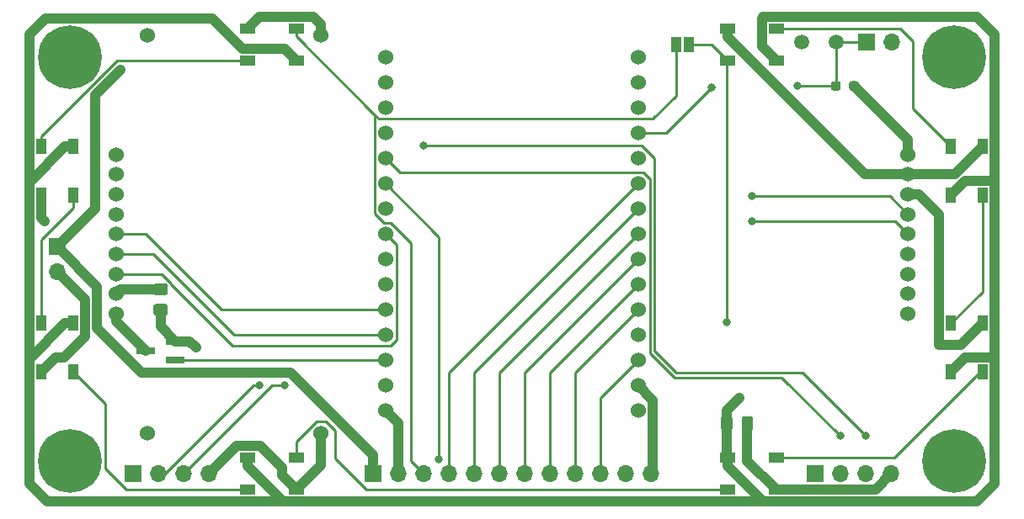
<source format=gtl>
%TF.GenerationSoftware,KiCad,Pcbnew,5.99.0+really5.1.10+dfsg1-1*%
%TF.CreationDate,2022-02-16T20:05:08+00:00*%
%TF.ProjectId,lcd,6c63642e-6b69-4636-9164-5f7063625858,rev?*%
%TF.SameCoordinates,Original*%
%TF.FileFunction,Copper,L1,Top*%
%TF.FilePolarity,Positive*%
%FSLAX46Y46*%
G04 Gerber Fmt 4.6, Leading zero omitted, Abs format (unit mm)*
G04 Created by KiCad (PCBNEW 5.99.0+really5.1.10+dfsg1-1) date 2022-02-16 20:05:08*
%MOMM*%
%LPD*%
G01*
G04 APERTURE LIST*
%TA.AperFunction,ComponentPad*%
%ADD10C,1.500000*%
%TD*%
%TA.AperFunction,ComponentPad*%
%ADD11C,1.524000*%
%TD*%
%TA.AperFunction,ComponentPad*%
%ADD12C,0.800000*%
%TD*%
%TA.AperFunction,ComponentPad*%
%ADD13C,6.400000*%
%TD*%
%TA.AperFunction,SMDPad,CuDef*%
%ADD14R,1.500000X1.000000*%
%TD*%
%TA.AperFunction,SMDPad,CuDef*%
%ADD15R,1.000000X1.500000*%
%TD*%
%TA.AperFunction,ComponentPad*%
%ADD16R,1.700000X1.700000*%
%TD*%
%TA.AperFunction,ComponentPad*%
%ADD17O,1.700000X1.700000*%
%TD*%
%TA.AperFunction,SMDPad,CuDef*%
%ADD18R,1.900000X0.800000*%
%TD*%
%TA.AperFunction,ViaPad*%
%ADD19C,0.800000*%
%TD*%
%TA.AperFunction,ViaPad*%
%ADD20C,1.000000*%
%TD*%
%TA.AperFunction,Conductor*%
%ADD21C,0.250000*%
%TD*%
%TA.AperFunction,Conductor*%
%ADD22C,1.000000*%
%TD*%
G04 APERTURE END LIST*
D10*
%TO.P,R2,1*%
%TO.N,AMBIENT_LIGHT*%
X107500000Y-28900000D03*
%TO.P,R2,2*%
%TO.N,GND*%
X104100000Y-28900000D03*
%TD*%
D11*
%TO.P,U2,14*%
%TO.N,D25*%
X87630000Y-48260000D03*
%TO.P,U2,13*%
%TO.N,D33*%
X87630000Y-45720000D03*
%TO.P,U2,12*%
%TO.N,D32*%
X87630000Y-43180000D03*
%TO.P,U2,11*%
%TO.N,Net-(U2-Pad11)*%
X87630000Y-40640000D03*
%TO.P,U2,10*%
%TO.N,AMBIENT_LIGHT*%
X87630000Y-38100000D03*
%TO.P,U2,8*%
%TO.N,Net-(U2-Pad8)*%
X87630000Y-35560000D03*
%TO.P,U2,5*%
%TO.N,Net-(U2-Pad5)*%
X87630000Y-33020000D03*
%TO.P,U2,15*%
%TO.N,D26*%
X87630000Y-50800000D03*
%TO.P,U2,16*%
%TO.N,D27*%
X87630000Y-53340000D03*
%TO.P,U2,17*%
%TO.N,D14*%
X87630000Y-55880000D03*
%TO.P,U2,18*%
%TO.N,LED_DATA*%
X87630000Y-58420000D03*
%TO.P,U2,20*%
%TO.N,D13*%
X87630000Y-60960000D03*
%TO.P,U2,49*%
%TO.N,GND*%
X87630000Y-63500000D03*
%TO.P,U2,9*%
%TO.N,Net-(U2-Pad9)*%
X87630000Y-30480000D03*
%TO.P,U2,50*%
%TO.N,+5V*%
X87630000Y-66040000D03*
%TO.P,U2,43*%
%TO.N,+3V3*%
X62230000Y-66040000D03*
%TO.P,U2,49*%
%TO.N,GND*%
X62230000Y-63500000D03*
%TO.P,U2,21*%
%TO.N,LCD_PWM*%
X62230000Y-60960000D03*
%TO.P,U2,22*%
%TO.N,~LCD_RESET*%
X62230000Y-58420000D03*
%TO.P,U2,24*%
%TO.N,LCD_RS*%
X62230000Y-55880000D03*
%TO.P,U2,25*%
%TO.N,RXDI*%
X62230000Y-53340000D03*
%TO.P,U2,27*%
%TO.N,TXDO*%
X62230000Y-50800000D03*
%TO.P,U2,34*%
%TO.N,~LCD_CS*%
X62230000Y-48260000D03*
%TO.P,U2,35*%
%TO.N,LCD_CLK*%
X62230000Y-45720000D03*
%TO.P,U2,38*%
%TO.N,D19*%
X62230000Y-43180000D03*
%TO.P,U2,42*%
%TO.N,I2C_DATA*%
X62230000Y-40640000D03*
%TO.P,U2,40*%
%TO.N,Net-(U2-Pad40)*%
X62230000Y-38100000D03*
%TO.P,U2,41*%
%TO.N,Net-(U2-Pad41)*%
X62230000Y-35560000D03*
%TO.P,U2,39*%
%TO.N,I2C_CLK*%
X62230000Y-33020000D03*
%TO.P,U2,36*%
%TO.N,LCD_DATA*%
X62230000Y-30480000D03*
%TD*%
%TO.P,U3,1*%
%TO.N,+3V3*%
X114730000Y-40260000D03*
%TO.P,U3,2*%
%TO.N,GND*%
X114730000Y-42260000D03*
%TO.P,U3,3*%
X114730000Y-44260000D03*
%TO.P,U3,4*%
%TO.N,LCD_DATA*%
X114730000Y-46260000D03*
%TO.P,U3,5*%
%TO.N,LCD_CLK*%
X114730000Y-48260000D03*
%TO.P,U3,6*%
%TO.N,Net-(U3-Pad6)*%
X114730000Y-50260000D03*
%TO.P,U3,7*%
%TO.N,Net-(U3-Pad7)*%
X114730000Y-52260000D03*
%TO.P,U3,8*%
%TO.N,Net-(U3-Pad8)*%
X114730000Y-54260000D03*
%TO.P,U3,9*%
%TO.N,Net-(U3-Pad9)*%
X114730000Y-56260000D03*
%TO.P,U3,10*%
%TO.N,Net-(U3-Pad10)*%
X35130000Y-40260000D03*
%TO.P,U3,11*%
%TO.N,Net-(U3-Pad11)*%
X35130000Y-42260000D03*
%TO.P,U3,12*%
%TO.N,Net-(U3-Pad12)*%
X35130000Y-44260000D03*
%TO.P,U3,13*%
%TO.N,Net-(U3-Pad13)*%
X35130000Y-46260000D03*
%TO.P,U3,14*%
%TO.N,LCD_RS*%
X35130000Y-48260000D03*
%TO.P,U3,15*%
%TO.N,~LCD_RESET*%
X35130000Y-50260000D03*
%TO.P,U3,16*%
%TO.N,~LCD_CS*%
X35130000Y-52260000D03*
%TO.P,U3,17*%
%TO.N,+7.5V*%
X35130000Y-54260000D03*
%TO.P,U3,18*%
%TO.N,LCD_BACKLIGHT_PWM*%
X35130000Y-56260000D03*
%TD*%
%TO.P,U1,1*%
%TO.N,+5V*%
X38240000Y-28260000D03*
%TO.P,U1,2*%
%TO.N,+7.5V*%
X38240000Y-68260000D03*
%TO.P,U1,3*%
%TO.N,GND*%
X55740000Y-28260000D03*
%TO.P,U1,4*%
X55740000Y-68260000D03*
%TD*%
D12*
%TO.P,REF\u002A\u002A,1*%
%TO.N,N/C*%
X32177056Y-69422944D03*
X30480000Y-68720000D03*
X28782944Y-69422944D03*
X28080000Y-71120000D03*
X28782944Y-72817056D03*
X30480000Y-73520000D03*
X32177056Y-72817056D03*
X32880000Y-71120000D03*
D13*
X30480000Y-71120000D03*
%TD*%
D12*
%TO.P,REF\u002A\u002A,1*%
%TO.N,N/C*%
X32177056Y-28782944D03*
X30480000Y-28080000D03*
X28782944Y-28782944D03*
X28080000Y-30480000D03*
X28782944Y-32177056D03*
X30480000Y-32880000D03*
X32177056Y-32177056D03*
X32880000Y-30480000D03*
D13*
X30480000Y-30480000D03*
%TD*%
D12*
%TO.P,REF\u002A\u002A,1*%
%TO.N,N/C*%
X121077056Y-28782944D03*
X119380000Y-28080000D03*
X117682944Y-28782944D03*
X116980000Y-30480000D03*
X117682944Y-32177056D03*
X119380000Y-32880000D03*
X121077056Y-32177056D03*
X121780000Y-30480000D03*
D13*
X119380000Y-30480000D03*
%TD*%
D12*
%TO.P,REF\u002A\u002A,1*%
%TO.N,N/C*%
X121077056Y-69422944D03*
X119380000Y-68720000D03*
X117682944Y-69422944D03*
X116980000Y-71120000D03*
X117682944Y-72817056D03*
X119380000Y-73520000D03*
X121077056Y-72817056D03*
X121780000Y-71120000D03*
D13*
X119380000Y-71120000D03*
%TD*%
D14*
%TO.P,D1,1*%
%TO.N,/LED_Power*%
X101510000Y-30810000D03*
%TO.P,D1,2*%
%TO.N,Net-(D1-Pad2)*%
X101510000Y-27610000D03*
%TO.P,D1,4*%
%TO.N,LED_DATA*%
X96610000Y-30810000D03*
%TO.P,D1,3*%
%TO.N,GND*%
X96610000Y-27610000D03*
%TD*%
D15*
%TO.P,D2,3*%
%TO.N,GND*%
X122250000Y-39460000D03*
%TO.P,D2,4*%
%TO.N,Net-(D1-Pad2)*%
X119050000Y-39460000D03*
%TO.P,D2,2*%
%TO.N,Net-(D2-Pad2)*%
X122250000Y-44360000D03*
%TO.P,D2,1*%
%TO.N,/LED_Power*%
X119050000Y-44360000D03*
%TD*%
%TO.P,D3,1*%
%TO.N,/LED_Power*%
X119050000Y-62140000D03*
%TO.P,D3,2*%
%TO.N,Net-(D3-Pad2)*%
X122250000Y-62140000D03*
%TO.P,D3,4*%
%TO.N,Net-(D2-Pad2)*%
X119050000Y-57240000D03*
%TO.P,D3,3*%
%TO.N,GND*%
X122250000Y-57240000D03*
%TD*%
D14*
%TO.P,D4,3*%
%TO.N,GND*%
X101510000Y-73990000D03*
%TO.P,D4,4*%
%TO.N,Net-(D3-Pad2)*%
X101510000Y-70790000D03*
%TO.P,D4,2*%
%TO.N,Net-(D4-Pad2)*%
X96610000Y-73990000D03*
%TO.P,D4,1*%
%TO.N,/LED_Power*%
X96610000Y-70790000D03*
%TD*%
%TO.P,D5,3*%
%TO.N,GND*%
X53250000Y-73990000D03*
%TO.P,D5,4*%
%TO.N,Net-(D4-Pad2)*%
X53250000Y-70790000D03*
%TO.P,D5,2*%
%TO.N,Net-(D5-Pad2)*%
X48350000Y-73990000D03*
%TO.P,D5,1*%
%TO.N,/LED_Power*%
X48350000Y-70790000D03*
%TD*%
D15*
%TO.P,D6,1*%
%TO.N,/LED_Power*%
X30810000Y-57240000D03*
%TO.P,D6,2*%
%TO.N,Net-(D6-Pad2)*%
X27610000Y-57240000D03*
%TO.P,D6,4*%
%TO.N,Net-(D5-Pad2)*%
X30810000Y-62140000D03*
%TO.P,D6,3*%
%TO.N,GND*%
X27610000Y-62140000D03*
%TD*%
%TO.P,D7,3*%
%TO.N,GND*%
X27610000Y-44360000D03*
%TO.P,D7,4*%
%TO.N,Net-(D6-Pad2)*%
X30810000Y-44360000D03*
%TO.P,D7,2*%
%TO.N,Net-(D7-Pad2)*%
X27610000Y-39460000D03*
%TO.P,D7,1*%
%TO.N,/LED_Power*%
X30810000Y-39460000D03*
%TD*%
D14*
%TO.P,D8,1*%
%TO.N,/LED_Power*%
X53250000Y-30810000D03*
%TO.P,D8,2*%
%TO.N,LED_DATA_OUT*%
X53250000Y-27610000D03*
%TO.P,D8,4*%
%TO.N,Net-(D7-Pad2)*%
X48350000Y-30810000D03*
%TO.P,D8,3*%
%TO.N,GND*%
X48350000Y-27610000D03*
%TD*%
D16*
%TO.P,J2,1*%
%TO.N,+5V*%
X60960000Y-72390000D03*
D17*
%TO.P,J2,2*%
%TO.N,+3V3*%
X63500000Y-72390000D03*
%TO.P,J2,3*%
%TO.N,LED_DATA_OUT*%
X66040000Y-72390000D03*
%TO.P,J2,4*%
%TO.N,D32*%
X68580000Y-72390000D03*
%TO.P,J2,5*%
%TO.N,D33*%
X71120000Y-72390000D03*
%TO.P,J2,6*%
%TO.N,D25*%
X73660000Y-72390000D03*
%TO.P,J2,7*%
%TO.N,D26*%
X76200000Y-72390000D03*
%TO.P,J2,8*%
%TO.N,D27*%
X78740000Y-72390000D03*
%TO.P,J2,9*%
%TO.N,D14*%
X81280000Y-72390000D03*
%TO.P,J2,10*%
%TO.N,D13*%
X83820000Y-72390000D03*
%TO.P,J2,11*%
%TO.N,D19*%
X86360000Y-72390000D03*
%TO.P,J2,12*%
%TO.N,GND*%
X88900000Y-72390000D03*
%TD*%
%TO.P,J3,4*%
%TO.N,GND*%
X113030000Y-72390000D03*
%TO.P,J3,3*%
%TO.N,I2C_CLK*%
X110490000Y-72390000D03*
%TO.P,J3,2*%
%TO.N,I2C_DATA*%
X107950000Y-72390000D03*
D16*
%TO.P,J3,1*%
%TO.N,+3V3*%
X105410000Y-72390000D03*
%TD*%
%TO.P,J4,1*%
%TO.N,+3V3*%
X36830000Y-72390000D03*
D17*
%TO.P,J4,2*%
%TO.N,TXDO*%
X39370000Y-72390000D03*
%TO.P,J4,3*%
%TO.N,RXDI*%
X41910000Y-72390000D03*
%TO.P,J4,4*%
%TO.N,GND*%
X44450000Y-72390000D03*
%TD*%
D15*
%TO.P,JP2,2*%
%TO.N,LED_DATA_OUT*%
X91410000Y-29210000D03*
%TO.P,JP2,1*%
%TO.N,LED_DATA*%
X92710000Y-29210000D03*
%TD*%
D18*
%TO.P,Q1,1*%
%TO.N,LCD_PWM*%
X41100000Y-60960000D03*
%TO.P,Q1,2*%
%TO.N,GND*%
X41100000Y-59060000D03*
%TO.P,Q1,3*%
%TO.N,LCD_BACKLIGHT_PWM*%
X38100000Y-60010000D03*
%TD*%
D16*
%TO.P,J1,1*%
%TO.N,+5V*%
X29210000Y-49530000D03*
D17*
%TO.P,J1,2*%
%TO.N,GND*%
X29210000Y-52070000D03*
%TD*%
%TO.P,C1,2*%
%TO.N,GND*%
%TA.AperFunction,SMDPad,CuDef*%
G36*
G01*
X39127500Y-55292500D02*
X40077500Y-55292500D01*
G75*
G02*
X40327500Y-55542500I0J-250000D01*
G01*
X40327500Y-56217500D01*
G75*
G02*
X40077500Y-56467500I-250000J0D01*
G01*
X39127500Y-56467500D01*
G75*
G02*
X38877500Y-56217500I0J250000D01*
G01*
X38877500Y-55542500D01*
G75*
G02*
X39127500Y-55292500I250000J0D01*
G01*
G37*
%TD.AperFunction*%
%TO.P,C1,1*%
%TO.N,+7.5V*%
%TA.AperFunction,SMDPad,CuDef*%
G36*
G01*
X39127500Y-53217500D02*
X40077500Y-53217500D01*
G75*
G02*
X40327500Y-53467500I0J-250000D01*
G01*
X40327500Y-54142500D01*
G75*
G02*
X40077500Y-54392500I-250000J0D01*
G01*
X39127500Y-54392500D01*
G75*
G02*
X38877500Y-54142500I0J250000D01*
G01*
X38877500Y-53467500D01*
G75*
G02*
X39127500Y-53217500I250000J0D01*
G01*
G37*
%TD.AperFunction*%
%TD*%
%TO.P,C2,1*%
%TO.N,/LED_Power*%
%TA.AperFunction,SMDPad,CuDef*%
G36*
G01*
X95932500Y-67785000D02*
X95932500Y-66835000D01*
G75*
G02*
X96182500Y-66585000I250000J0D01*
G01*
X96857500Y-66585000D01*
G75*
G02*
X97107500Y-66835000I0J-250000D01*
G01*
X97107500Y-67785000D01*
G75*
G02*
X96857500Y-68035000I-250000J0D01*
G01*
X96182500Y-68035000D01*
G75*
G02*
X95932500Y-67785000I0J250000D01*
G01*
G37*
%TD.AperFunction*%
%TO.P,C2,2*%
%TO.N,GND*%
%TA.AperFunction,SMDPad,CuDef*%
G36*
G01*
X98007500Y-67785000D02*
X98007500Y-66835000D01*
G75*
G02*
X98257500Y-66585000I250000J0D01*
G01*
X98932500Y-66585000D01*
G75*
G02*
X99182500Y-66835000I0J-250000D01*
G01*
X99182500Y-67785000D01*
G75*
G02*
X98932500Y-68035000I-250000J0D01*
G01*
X98257500Y-68035000D01*
G75*
G02*
X98007500Y-67785000I0J250000D01*
G01*
G37*
%TD.AperFunction*%
%TD*%
%TO.P,R1,1*%
%TO.N,+3V3*%
%TA.AperFunction,SMDPad,CuDef*%
G36*
G01*
X109812500Y-33112500D02*
X109812500Y-33587500D01*
G75*
G02*
X109575000Y-33825000I-237500J0D01*
G01*
X109075000Y-33825000D01*
G75*
G02*
X108837500Y-33587500I0J237500D01*
G01*
X108837500Y-33112500D01*
G75*
G02*
X109075000Y-32875000I237500J0D01*
G01*
X109575000Y-32875000D01*
G75*
G02*
X109812500Y-33112500I0J-237500D01*
G01*
G37*
%TD.AperFunction*%
%TO.P,R1,2*%
%TO.N,AMBIENT_LIGHT*%
%TA.AperFunction,SMDPad,CuDef*%
G36*
G01*
X107987500Y-33112500D02*
X107987500Y-33587500D01*
G75*
G02*
X107750000Y-33825000I-237500J0D01*
G01*
X107250000Y-33825000D01*
G75*
G02*
X107012500Y-33587500I0J237500D01*
G01*
X107012500Y-33112500D01*
G75*
G02*
X107250000Y-32875000I237500J0D01*
G01*
X107750000Y-32875000D01*
G75*
G02*
X107987500Y-33112500I0J-237500D01*
G01*
G37*
%TD.AperFunction*%
%TD*%
D16*
%TO.P,J5,1*%
%TO.N,AMBIENT_LIGHT*%
X110560000Y-28900000D03*
D17*
%TO.P,J5,2*%
%TO.N,GND*%
X113100000Y-28900000D03*
%TD*%
D19*
%TO.N,LED_DATA*%
X96520000Y-57150000D03*
D20*
%TO.N,GND*%
X43180000Y-59690000D03*
X27940000Y-46990000D03*
%TO.N,+5V*%
X35560000Y-31750000D03*
D19*
%TO.N,D19*%
X67580644Y-70950010D03*
%TO.N,I2C_CLK*%
X66040000Y-39370000D03*
X110490000Y-68580000D03*
%TO.N,I2C_DATA*%
X107950000Y-68580000D03*
%TO.N,TXDO*%
X49530000Y-63500000D03*
%TO.N,RXDI*%
X52070000Y-63500000D03*
%TO.N,LCD_CLK*%
X99060000Y-46990000D03*
%TO.N,LCD_DATA*%
X99060000Y-44450000D03*
D20*
%TO.N,/LED_Power*%
X97790000Y-64770000D03*
D19*
%TO.N,AMBIENT_LIGHT*%
X103650000Y-33350000D03*
X95000000Y-33500000D03*
%TD*%
D21*
%TO.N,Net-(D1-Pad2)*%
X101510000Y-27610000D02*
X113990000Y-27610000D01*
X113990000Y-27610000D02*
X115200000Y-28820000D01*
X115200000Y-35610000D02*
X119050000Y-39460000D01*
X115200000Y-28820000D02*
X115200000Y-35610000D01*
%TO.N,LED_DATA*%
X95010000Y-29210000D02*
X96610000Y-30810000D01*
X92710000Y-29210000D02*
X95010000Y-29210000D01*
X96520000Y-30900000D02*
X96610000Y-30810000D01*
X96520000Y-57150000D02*
X96520000Y-30900000D01*
D22*
%TO.N,GND*%
X54967629Y-26409999D02*
X55740000Y-27182370D01*
X49550001Y-26409999D02*
X54967629Y-26409999D01*
X55740000Y-27182370D02*
X55740000Y-28260000D01*
X48350000Y-27610000D02*
X49550001Y-26409999D01*
X39602500Y-57562500D02*
X41100000Y-59060000D01*
X39602500Y-55880000D02*
X39602500Y-57562500D01*
X98595000Y-71075000D02*
X101510000Y-73990000D01*
X98595000Y-67310000D02*
X98595000Y-71075000D01*
X55740000Y-71500000D02*
X53250000Y-73990000D01*
X55740000Y-68260000D02*
X55740000Y-71500000D01*
X47250001Y-69589999D02*
X44450000Y-72390000D01*
X49660001Y-69589999D02*
X47250001Y-69589999D01*
X51799999Y-71729997D02*
X49660001Y-69589999D01*
X51799999Y-72539999D02*
X51799999Y-71729997D01*
X53250000Y-73990000D02*
X51799999Y-72539999D01*
X32010001Y-54870001D02*
X29210000Y-52070000D01*
X32010001Y-58550001D02*
X32010001Y-54870001D01*
X29870003Y-60689999D02*
X32010001Y-58550001D01*
X29060001Y-60689999D02*
X29870003Y-60689999D01*
X27610000Y-62140000D02*
X29060001Y-60689999D01*
X119450000Y-42260000D02*
X122250000Y-39460000D01*
X114730000Y-42260000D02*
X119450000Y-42260000D01*
X89092001Y-72197999D02*
X88900000Y-72390000D01*
X89092001Y-64962001D02*
X89092001Y-72197999D01*
X87630000Y-63500000D02*
X89092001Y-64962001D01*
X101559999Y-73940001D02*
X101510000Y-73990000D01*
X111479999Y-73940001D02*
X101559999Y-73940001D01*
X113030000Y-72390000D02*
X111479999Y-73940001D01*
X42550000Y-59060000D02*
X43180000Y-59690000D01*
X41100000Y-59060000D02*
X42550000Y-59060000D01*
X27610000Y-46660000D02*
X27940000Y-46990000D01*
X27610000Y-44360000D02*
X27610000Y-46660000D01*
X115807630Y-44260000D02*
X117849999Y-46302369D01*
X117849999Y-46302369D02*
X117849999Y-59429999D01*
X114730000Y-44260000D02*
X115807630Y-44260000D01*
X120060001Y-59429999D02*
X122250000Y-57240000D01*
X117849999Y-59429999D02*
X120060001Y-59429999D01*
X96610000Y-28420002D02*
X96610000Y-27610000D01*
X110449998Y-42260000D02*
X96610000Y-28420002D01*
X114730000Y-42260000D02*
X110449998Y-42260000D01*
D21*
%TO.N,Net-(D2-Pad2)*%
X122250000Y-54040000D02*
X119050000Y-57240000D01*
X122250000Y-44360000D02*
X122250000Y-54040000D01*
%TO.N,Net-(D3-Pad2)*%
X101510000Y-70790000D02*
X113360000Y-70790000D01*
X122010000Y-62140000D02*
X122250000Y-62140000D01*
X113360000Y-70790000D02*
X122010000Y-62140000D01*
%TO.N,Net-(D4-Pad2)*%
X55264237Y-67127001D02*
X56215763Y-67127001D01*
X53250000Y-69141238D02*
X55264237Y-67127001D01*
X56215763Y-67127001D02*
X57150000Y-68061238D01*
X53250000Y-70790000D02*
X53250000Y-69141238D01*
X60274998Y-73990000D02*
X96610000Y-73990000D01*
X57150000Y-70865002D02*
X60274998Y-73990000D01*
X57150000Y-68061238D02*
X57150000Y-70865002D01*
%TO.N,Net-(D5-Pad2)*%
X34005001Y-65335001D02*
X30810000Y-62140000D01*
X34005001Y-71850003D02*
X34005001Y-65335001D01*
X36144998Y-73990000D02*
X34005001Y-71850003D01*
X48350000Y-73990000D02*
X36144998Y-73990000D01*
%TO.N,Net-(D6-Pad2)*%
X30810000Y-45644998D02*
X30810000Y-44360000D01*
X27610000Y-48844998D02*
X30810000Y-45644998D01*
X27610000Y-57240000D02*
X27610000Y-48844998D01*
%TO.N,Net-(D7-Pad2)*%
X27610000Y-39460000D02*
X27610000Y-38430000D01*
X35230000Y-30810000D02*
X48350000Y-30810000D01*
X27610000Y-38430000D02*
X35230000Y-30810000D01*
%TO.N,LED_DATA_OUT*%
X62751761Y-47172999D02*
X64770000Y-49191238D01*
X62074237Y-47172999D02*
X62751761Y-47172999D01*
X61142999Y-46241761D02*
X62074237Y-47172999D01*
X61142999Y-36252999D02*
X61142999Y-46241761D01*
X53250000Y-28360000D02*
X61142999Y-36252999D01*
X53250000Y-27610000D02*
X53250000Y-28360000D01*
X64770000Y-71120000D02*
X66040000Y-72390000D01*
X64770000Y-49191238D02*
X64770000Y-71120000D01*
X91410000Y-29210000D02*
X91410000Y-34320000D01*
X61537001Y-36647001D02*
X61142999Y-36252999D01*
X89082999Y-36647001D02*
X61537001Y-36647001D01*
X91410000Y-34320000D02*
X89082999Y-36647001D01*
D22*
%TO.N,+5V*%
X29210000Y-49530000D02*
X33210012Y-53530012D01*
X33210012Y-53530012D02*
X33210012Y-57730014D01*
X33210012Y-57730014D02*
X37709998Y-62230000D01*
X37709998Y-62230000D02*
X52650000Y-62230000D01*
X52650000Y-62230000D02*
X60960000Y-70540000D01*
X60960000Y-70540000D02*
X60960000Y-72390000D01*
X29210000Y-49530000D02*
X33020000Y-45720000D01*
X33020000Y-34290000D02*
X35560000Y-31750000D01*
X33020000Y-45720000D02*
X33020000Y-34290000D01*
%TO.N,+3V3*%
X63500000Y-67310000D02*
X62230000Y-66040000D01*
X63500000Y-72390000D02*
X63500000Y-67310000D01*
X114730000Y-38755000D02*
X109325000Y-33350000D01*
X114730000Y-40260000D02*
X114730000Y-38755000D01*
D21*
%TO.N,D32*%
X68580000Y-62230000D02*
X68580000Y-72390000D01*
X87630000Y-43180000D02*
X68580000Y-62230000D01*
%TO.N,D33*%
X71120000Y-62230000D02*
X71120000Y-72390000D01*
X87630000Y-45720000D02*
X71120000Y-62230000D01*
%TO.N,D25*%
X73660000Y-62230000D02*
X73660000Y-72390000D01*
X87630000Y-48260000D02*
X73660000Y-62230000D01*
%TO.N,D26*%
X76200000Y-62230000D02*
X76200000Y-72390000D01*
X87630000Y-50800000D02*
X76200000Y-62230000D01*
%TO.N,D27*%
X78740000Y-62230000D02*
X78740000Y-72390000D01*
X87630000Y-53340000D02*
X78740000Y-62230000D01*
%TO.N,D14*%
X81280000Y-62230000D02*
X81280000Y-72390000D01*
X87630000Y-55880000D02*
X81280000Y-62230000D01*
%TO.N,D13*%
X83820000Y-64770000D02*
X83820000Y-72390000D01*
X87630000Y-60960000D02*
X83820000Y-64770000D01*
%TO.N,D19*%
X67580644Y-48530644D02*
X67580644Y-70950010D01*
X62230000Y-43180000D02*
X67580644Y-48530644D01*
%TO.N,I2C_CLK*%
X87968762Y-39370000D02*
X89238762Y-40640000D01*
X66040000Y-39370000D02*
X87968762Y-39370000D01*
X89238762Y-40640000D02*
X89238762Y-60028762D01*
X89238762Y-60028762D02*
X91440000Y-62230000D01*
X104140000Y-62230000D02*
X110490000Y-68580000D01*
X91440000Y-62230000D02*
X104140000Y-62230000D01*
%TO.N,I2C_DATA*%
X88788751Y-60215162D02*
X91253600Y-62680011D01*
X63682999Y-42092999D02*
X88151761Y-42092999D01*
X62230000Y-40640000D02*
X63682999Y-42092999D01*
X88788751Y-42729989D02*
X88788751Y-60215162D01*
X88151761Y-42092999D02*
X88788751Y-42729989D01*
X91253600Y-62680011D02*
X102050011Y-62680011D01*
X102050011Y-62680011D02*
X107950000Y-68580000D01*
%TO.N,TXDO*%
X40074315Y-72390000D02*
X39370000Y-72390000D01*
X48964315Y-63500000D02*
X40074315Y-72390000D01*
X49530000Y-63500000D02*
X48964315Y-63500000D01*
%TO.N,RXDI*%
X50800000Y-63500000D02*
X41910000Y-72390000D01*
X52070000Y-63500000D02*
X50800000Y-63500000D01*
%TO.N,LCD_PWM*%
X41100000Y-60960000D02*
X62230000Y-60960000D01*
D22*
%TO.N,LCD_BACKLIGHT_PWM*%
X35130000Y-57040000D02*
X38100000Y-60010000D01*
X35130000Y-56260000D02*
X35130000Y-57040000D01*
%TO.N,+7.5V*%
X35585000Y-53805000D02*
X35130000Y-54260000D01*
X39602500Y-53805000D02*
X35585000Y-53805000D01*
D21*
%TO.N,~LCD_RESET*%
X62230000Y-58420000D02*
X46990000Y-58420000D01*
X38830000Y-50260000D02*
X35130000Y-50260000D01*
X46990000Y-58420000D02*
X38830000Y-50260000D01*
%TO.N,LCD_RS*%
X62230000Y-55880000D02*
X45720000Y-55880000D01*
X38100000Y-48260000D02*
X35130000Y-48260000D01*
X45720000Y-55880000D02*
X38100000Y-48260000D01*
%TO.N,~LCD_CS*%
X63317001Y-49347001D02*
X62230000Y-48260000D01*
X62751761Y-59507001D02*
X63317001Y-58941761D01*
X46807001Y-59507001D02*
X62751761Y-59507001D01*
X40652510Y-53352510D02*
X46807001Y-59507001D01*
X40652510Y-53229320D02*
X40652510Y-53352510D01*
X39683190Y-52260000D02*
X40652510Y-53229320D01*
X63317001Y-58941761D02*
X63317001Y-49347001D01*
X35130000Y-52260000D02*
X39683190Y-52260000D01*
%TO.N,LCD_CLK*%
X113460000Y-46990000D02*
X114730000Y-48260000D01*
X99060000Y-46990000D02*
X113460000Y-46990000D01*
%TO.N,LCD_DATA*%
X112920000Y-44450000D02*
X114730000Y-46260000D01*
X99060000Y-44450000D02*
X112920000Y-44450000D01*
D22*
%TO.N,/LED_Power*%
X96520000Y-66040000D02*
X97790000Y-64770000D01*
X96520000Y-67310000D02*
X96520000Y-66040000D01*
X96520000Y-70700000D02*
X96610000Y-70790000D01*
X96520000Y-67310000D02*
X96520000Y-70700000D01*
X120500001Y-60689999D02*
X119050000Y-62140000D01*
X123310001Y-60689999D02*
X120500001Y-60689999D01*
X123450001Y-60829999D02*
X123310001Y-60689999D01*
X123450001Y-73399999D02*
X123450001Y-60829999D01*
X121659999Y-75190001D02*
X123450001Y-73399999D01*
X100199999Y-75190001D02*
X121659999Y-75190001D01*
X96610000Y-71600002D02*
X100199999Y-75190001D01*
X96610000Y-70790000D02*
X96610000Y-71600002D01*
X120500001Y-42909999D02*
X119050000Y-44360000D01*
X123310001Y-42909999D02*
X120500001Y-42909999D01*
X123450001Y-43049999D02*
X123310001Y-42909999D01*
X123450001Y-60829999D02*
X123450001Y-43049999D01*
X123450001Y-43049999D02*
X123450001Y-28200001D01*
X100059999Y-29359999D02*
X101510000Y-30810000D01*
X100059999Y-26549999D02*
X100059999Y-29359999D01*
X100199999Y-26409999D02*
X100059999Y-26549999D01*
X121659999Y-26409999D02*
X100199999Y-26409999D01*
X123450001Y-28200001D02*
X121659999Y-26409999D01*
X48350000Y-71600002D02*
X48350000Y-70790000D01*
X51939999Y-75190001D02*
X48350000Y-71600002D01*
X100199999Y-75190001D02*
X51939999Y-75190001D01*
X51939999Y-75190001D02*
X28200001Y-75190001D01*
X29999998Y-57240000D02*
X30810000Y-57240000D01*
X26409999Y-60829999D02*
X29999998Y-57240000D01*
X26409999Y-73399999D02*
X26409999Y-60829999D01*
X28200001Y-75190001D02*
X26409999Y-73399999D01*
X29999998Y-39460000D02*
X30810000Y-39460000D01*
X26409999Y-43049999D02*
X29999998Y-39460000D01*
X26409999Y-60829999D02*
X26409999Y-43049999D01*
X26409999Y-43049999D02*
X26409999Y-28200001D01*
X52049999Y-29609999D02*
X53250000Y-30810000D01*
X47839997Y-29609999D02*
X52049999Y-29609999D01*
X44809997Y-26579999D02*
X47839997Y-29609999D01*
X28030001Y-26579999D02*
X44809997Y-26579999D01*
X26409999Y-28200001D02*
X28030001Y-26579999D01*
D21*
%TO.N,AMBIENT_LIGHT*%
X110560000Y-28900000D02*
X107500000Y-28900000D01*
X107500000Y-28900000D02*
X107500000Y-33350000D01*
X107500000Y-33350000D02*
X103650000Y-33350000D01*
X90400000Y-38100000D02*
X87630000Y-38100000D01*
X95000000Y-33500000D02*
X90400000Y-38100000D01*
%TD*%
M02*

</source>
